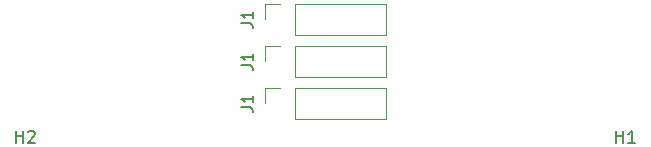
<source format=gbr>
%TF.GenerationSoftware,KiCad,Pcbnew,5.1.7-a382d34a8~88~ubuntu18.04.1*%
%TF.CreationDate,2021-08-02T14:23:20-07:00*%
%TF.ProjectId,mtr_adapt,6d74725f-6164-4617-9074-2e6b69636164,rev?*%
%TF.SameCoordinates,Original*%
%TF.FileFunction,Legend,Top*%
%TF.FilePolarity,Positive*%
%FSLAX46Y46*%
G04 Gerber Fmt 4.6, Leading zero omitted, Abs format (unit mm)*
G04 Created by KiCad (PCBNEW 5.1.7-a382d34a8~88~ubuntu18.04.1) date 2021-08-02 14:23:20*
%MOMM*%
%LPD*%
G01*
G04 APERTURE LIST*
%ADD10C,0.120000*%
%ADD11C,0.150000*%
G04 APERTURE END LIST*
D10*
%TO.C,J1*%
X137160000Y-108264000D02*
X137160000Y-105604000D01*
X137160000Y-108264000D02*
X144840000Y-108264000D01*
X144840000Y-108264000D02*
X144840000Y-105604000D01*
X137160000Y-105604000D02*
X144840000Y-105604000D01*
X134560000Y-105604000D02*
X135890000Y-105604000D01*
X134560000Y-106934000D02*
X134560000Y-105604000D01*
X137160000Y-104708000D02*
X137160000Y-102048000D01*
X137160000Y-104708000D02*
X144840000Y-104708000D01*
X144840000Y-104708000D02*
X144840000Y-102048000D01*
X137160000Y-102048000D02*
X144840000Y-102048000D01*
X134560000Y-102048000D02*
X135890000Y-102048000D01*
X134560000Y-103378000D02*
X134560000Y-102048000D01*
X137160000Y-101152000D02*
X137160000Y-98492000D01*
X137160000Y-101152000D02*
X144840000Y-101152000D01*
X144840000Y-101152000D02*
X144840000Y-98492000D01*
X137160000Y-98492000D02*
X144840000Y-98492000D01*
X134560000Y-98492000D02*
X135890000Y-98492000D01*
X134560000Y-99822000D02*
X134560000Y-98492000D01*
D11*
X132572380Y-107267333D02*
X133286666Y-107267333D01*
X133429523Y-107314952D01*
X133524761Y-107410190D01*
X133572380Y-107553047D01*
X133572380Y-107648285D01*
X133572380Y-106267333D02*
X133572380Y-106838761D01*
X133572380Y-106553047D02*
X132572380Y-106553047D01*
X132715238Y-106648285D01*
X132810476Y-106743523D01*
X132858095Y-106838761D01*
X132572380Y-103711333D02*
X133286666Y-103711333D01*
X133429523Y-103758952D01*
X133524761Y-103854190D01*
X133572380Y-103997047D01*
X133572380Y-104092285D01*
X133572380Y-102711333D02*
X133572380Y-103282761D01*
X133572380Y-102997047D02*
X132572380Y-102997047D01*
X132715238Y-103092285D01*
X132810476Y-103187523D01*
X132858095Y-103282761D01*
X132572380Y-100155333D02*
X133286666Y-100155333D01*
X133429523Y-100202952D01*
X133524761Y-100298190D01*
X133572380Y-100441047D01*
X133572380Y-100536285D01*
X133572380Y-99155333D02*
X133572380Y-99726761D01*
X133572380Y-99441047D02*
X132572380Y-99441047D01*
X132715238Y-99536285D01*
X132810476Y-99631523D01*
X132858095Y-99726761D01*
%TO.C,H2*%
X113538095Y-110252380D02*
X113538095Y-109252380D01*
X113538095Y-109728571D02*
X114109523Y-109728571D01*
X114109523Y-110252380D02*
X114109523Y-109252380D01*
X114538095Y-109347619D02*
X114585714Y-109300000D01*
X114680952Y-109252380D01*
X114919047Y-109252380D01*
X115014285Y-109300000D01*
X115061904Y-109347619D01*
X115109523Y-109442857D01*
X115109523Y-109538095D01*
X115061904Y-109680952D01*
X114490476Y-110252380D01*
X115109523Y-110252380D01*
%TO.C,H1*%
X164338095Y-110252380D02*
X164338095Y-109252380D01*
X164338095Y-109728571D02*
X164909523Y-109728571D01*
X164909523Y-110252380D02*
X164909523Y-109252380D01*
X165909523Y-110252380D02*
X165338095Y-110252380D01*
X165623809Y-110252380D02*
X165623809Y-109252380D01*
X165528571Y-109395238D01*
X165433333Y-109490476D01*
X165338095Y-109538095D01*
%TD*%
M02*

</source>
